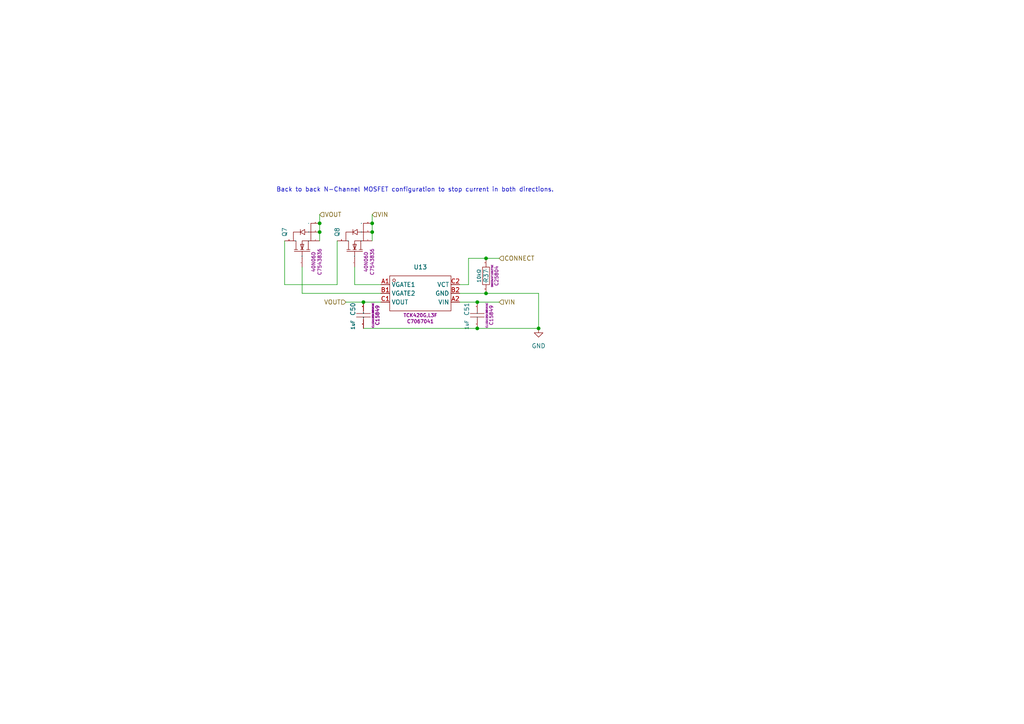
<source format=kicad_sch>
(kicad_sch (version 20250114) (generator "eeschema") (generator_version "9.0")
  (paper "A4")
  (lib_symbols
    (symbol "Library:0603WAF1002T5E Resistor 10kΩ"
      (property "Reference" "R" (at 0 0 0))
      (property "Value" "10kΩ" (at 0 2.032 0))
      (property "Manufacturer Part" "0603WAF1002T5E" (at 0 -1.778 0))
      (property "LCSC Part #" "C25804" (at 0 -3.048 0))
      (symbol "0603WAF1002T5E Resistor 10kΩ_1_0"
        (rectangle (start -2.54 -1.016) (end 2.54 1.016))
        (pin input line (at -5.08 0 0) (length 2.54) (name "1") (number "1"))
        (pin input line (at 5.08 0 180) (length 2.54) (name "2") (number "2"))
      )
    )
    (symbol "Library:40N06D MOSFET N-Channel 40A"
      (property "Reference" "Q" (at 2.54 5.08 0))
      (property "Manufacturer Part" "40N06D" (at -6.096 -3.302 0))
      (property "LCSC Part #" "C7543836" (at -6.096 -5.08 0))
      (symbol "40N06D MOSFET N-Channel 40A_1_0"
        (polyline (pts (xy -5.08 0) (xy -3.048 0)))
        (polyline (pts (xy -3.048 2.286) (xy -3.048 -2.286)))
        (polyline (pts (xy -2.54 2.286) (xy -2.54 1.27)))
        (polyline (pts (xy -2.54 1.778) (xy 0 1.778) (xy 0 1.778) (xy 0 2.54) (xy 0 2.54) (xy 2.54 2.54) (xy 2.54 2.54) (xy 2.54 2.54) (xy 2.54 2.54) (xy 2.54 0.508)))
        (polyline (pts (xy -2.54 0) (xy -1.016 -0.508) (xy -1.016 -0.508) (xy -1.016 0.508) (xy -1.016 0.508) (xy -2.54 0)))
        (polyline (pts (xy -2.54 0) (xy 0 0) (xy 0 0) (xy 0 -2.54) (xy 0 -2.54) (xy 5.08 -2.54) (xy 5.08 -2.54) (xy 2.54 -2.54) (xy 2.54 -2.54) (xy 2.54 -0.762)))
        (polyline (pts (xy -2.54 -0.508) (xy -2.54 0.508)))
        (polyline (pts (xy -2.54 -2.286) (xy -2.54 -1.27)))
        (polyline (pts (xy 0 -1.778) (xy -2.54 -1.778)))
        (polyline (pts (xy 2.54 0.508) (xy 1.778 -0.762) (xy 1.778 -0.762) (xy 3.302 -0.762) (xy 3.302 -0.762) (xy 2.54 0.508)))
        (polyline (pts (xy 3.302 0.508) (xy 3.048 0.508) (xy 3.048 0.508) (xy 2.032 0.508) (xy 2.032 0.508) (xy 1.778 0.508)))
        (pin unspecified line (at -7.62 0 0) (length 2.54) (name "G") (number "4"))
        (pin unspecified line (at 0 5.08 270) (length 2.54) (name "D") (number "5"))
        (pin unspecified line (at 0 -5.08 90) (length 2.54) (name "S") (number "1"))
        (pin unspecified line (at 2.54 -5.08 90) (length 2.54) (name "S") (number "2"))
        (pin unspecified line (at 5.08 -5.08 90) (length 2.54) (name "S") (number "3"))
      )
    )
    (symbol "Library:CL10A105KB8NNNC Capacitor 1uF"
      (property "Reference" "C" (at 1.778 3.048 0))
      (property "Value" "1uF" (at -2.794 3.048 0))
      (property "Manufacturer Part" "CL10A105KB8NNNC" (at 0 -2.794 0))
      (property "LCSC Part #" "C15849" (at 0 -4.064 0))
      (symbol "CL10A105KB8NNNC Capacitor 1uF_1_0"
        (polyline (pts (xy -0.508 0) (xy -1.27 0)))
        (polyline (pts (xy -0.508 -2.032) (xy -0.508 2.032)))
        (polyline (pts (xy 0.508 2.032) (xy 0.508 -2.032)))
        (polyline (pts (xy 1.27 0) (xy 0.508 0)))
        (pin unspecified line (at -3.81 0 0) (length 2.54) (name "1") (number "1"))
        (pin unspecified line (at 3.81 0 180) (length 2.54) (name "2") (number "2"))
      )
    )
    (symbol "Library:TCK420G,L3F Gate driver (high side)"
      (property "Reference" "U" (at 0 0 0))
      (property "Manufacturer Part" "TCK420G,L3F" (at 0 -6.35 0))
      (property "LCSC Part #" "C7067041" (at 0 -8.128 0))
      (symbol "TCK420G,L3F Gate driver (high side)_1_0"
        (rectangle (start -8.89 -5.08) (end 8.89 5.08))
        (circle (center -7.62 3.81) (radius 0.381))
        (pin unspecified line (at -11.43 2.54 0) (length 2.54) (name "VGATE1") (number "A1"))
        (pin unspecified line (at -11.43 0 0) (length 2.54) (name "VGATE2") (number "B1"))
        (pin unspecified line (at -11.43 -2.54 0) (length 2.54) (name "VOUT") (number "C1"))
        (pin unspecified line (at 11.43 2.54 180) (length 2.54) (name "VCT") (number "C2"))
        (pin unspecified line (at 11.43 0 180) (length 2.54) (name "GND") (number "B2"))
        (pin unspecified line (at 11.43 -2.54 180) (length 2.54) (name "VIN") (number "A2"))
      )
    )
    (symbol "power:GND" (power) (pin_numbers (hide yes)) (pin_names (offset 0) (hide yes))
      (property "Value" "GND" (at 0 -3.81 0))
      (symbol "GND_0_1"
        (polyline (pts (xy 0 0) (xy 0 -1.27) (xy 1.27 -1.27) (xy 0 -2.54) (xy -1.27 -1.27) (xy 0 -1.27)))
      )
      (symbol "GND_1_1"
        (pin power_in line (at 0 0 270) (length 0) (name "~") (number "1"))
      )
    )
  )
  (text "Back to back N-Channel MOSFET configuration to stop current in both directions." (at 120.396 55.118 0) (effects (font (size 1.27 1.27))))
  (junction (at 140.97 74.93))
  (junction (at 92.71 67.31))
  (junction (at 92.71 64.77))
  (junction (at 156.21 95.25))
  (junction (at 107.95 67.31))
  (junction (at 105.41 87.63))
  (junction (at 138.43 87.63))
  (junction (at 107.95 64.77))
  (junction (at 140.97 85.09))
  (junction (at 138.43 95.25))
  (wire (pts (xy 82.55 82.55) (xy 82.55 69.85)))
  (wire (pts (xy 92.71 62.23) (xy 92.71 64.77)))
  (wire (pts (xy 135.89 74.93) (xy 135.89 82.55)))
  (wire (pts (xy 107.95 67.31) (xy 107.95 69.85)))
  (wire (pts (xy 138.43 87.63) (xy 133.35 87.63)))
  (wire (pts (xy 105.41 95.25) (xy 138.43 95.25)))
  (wire (pts (xy 100.33 87.63) (xy 105.41 87.63)))
  (wire (pts (xy 107.95 64.77) (xy 107.95 67.31)))
  (wire (pts (xy 140.97 74.93) (xy 135.89 74.93)))
  (wire (pts (xy 92.71 64.77) (xy 92.71 67.31)))
  (wire (pts (xy 102.87 77.47) (xy 102.87 82.55)))
  (wire (pts (xy 144.78 87.63) (xy 138.43 87.63)))
  (wire (pts (xy 107.95 62.23) (xy 107.95 64.77)))
  (wire (pts (xy 138.43 95.25) (xy 156.21 95.25)))
  (wire (pts (xy 102.87 82.55) (xy 110.49 82.55)))
  (wire (pts (xy 144.78 74.93) (xy 140.97 74.93)))
  (wire (pts (xy 97.79 69.85) (xy 97.79 82.55)))
  (wire (pts (xy 97.79 82.55) (xy 82.55 82.55)))
  (wire (pts (xy 87.63 85.09) (xy 87.63 77.47)))
  (wire (pts (xy 92.71 67.31) (xy 92.71 69.85)))
  (wire (pts (xy 135.89 82.55) (xy 133.35 82.55)))
  (wire (pts (xy 87.63 85.09) (xy 110.49 85.09)))
  (wire (pts (xy 140.97 85.09) (xy 156.21 85.09)))
  (wire (pts (xy 105.41 87.63) (xy 110.49 87.63)))
  (wire (pts (xy 156.21 85.09) (xy 156.21 95.25)))
  (wire (pts (xy 133.35 85.09) (xy 140.97 85.09)))
  (hierarchical_label "VIN" (shape input) (at 107.95 62.23 0))
  (hierarchical_label "CONNECT" (shape input) (at 144.78 74.93 0))
  (hierarchical_label "VOUT" (shape input) (at 100.33 87.63 180))
  (hierarchical_label "VOUT" (shape input) (at 92.71 62.23 0))
  (hierarchical_label "VIN" (shape input) (at 144.78 87.63 0))
  (symbol (lib_id "Library:CL10A105KB8NNNC Capacitor 1uF") (at 105.41 91.44 90) (unit 1)
    (property "Reference" "C36" (at 102.362 89.662 0))
    (property "Value" "1uF" (at 102.362 94.234 0) (effects (font (size 1 1))))
    (property "Footprint" "Library:C0603" (effects (hide yes)))
    (property "Datasheet" "https://item.szlcsc.com/datasheet/CL10A105KB8NNNC/16531.html" (effects (hide yes)))
    (property "Description" "Capacitance:1uF Tolerance:±10% Tolerance:±10% Voltage Rating:50V Temperature Coefficient:X5R" (effects (hide yes)))
    (property "Manufacturer Part" "CL10A105KB8NNNC" (at 108.204 91.44 0) (effects (font (size 0.5 0.5))))
    (property "Manufacturer" "SAMSUNG(三星)" (effects (hide yes)))
    (property "Supplier Part" "C15849" (effects (hide yes)))
    (property "Supplier" "LCSC" (effects (hide yes)))
    (property "LCSC Part Name" "1uF ±10% 50V" (effects (hide yes)))
    (property "LCSC Part #" "C15849" (at 109.474 91.44 0) (effects (font (size 1 1))))
    (instances (project "master-circuit" (path "" (reference "C50") (unit 1)) (path "" (reference "C38") (unit 1)) (path "" (reference "C36") (unit 1)) (path "" (reference "C29") (unit 1))))
  )
  (symbol (lib_id "Library:TCK420G,L3F Gate driver (high side)") (at 121.92 85.09 0) (unit 1)
    (property "Reference" "U2" (at 121.92 77.47 0))
    (property "Footprint" "Library:WLCSP-6_L1.2-W0.8-P0.40-TL" (effects (hide yes)))
    (property "Datasheet" "https://item.szlcsc.com/datasheet/TCK420G%252CL3F/8033651.html" (effects (hide yes)))
    (property "Description" "Driven Configuration:High Side Load Type:MOSFET Number of Drivers:1 Voltage - Supply:2.7V~28V Voltage - Supply:2.7V~28V Features:Under Voltage Protection；Over Voltage Protection Operating Temperature:-40°C~+85°C Operating Temperature:-40°C~+85°C Input Logic L" (effects (hide yes)))
    (property "Manufacturer Part" "TCK420G,L3F" (at 121.92 91.44 0) (effects (font (size 1 1))))
    (property "Manufacturer" "TOSHIBA(东芝)" (effects (hide yes)))
    (property "Supplier Part" "C7067041" (effects (hide yes)))
    (property "Supplier" "LCSC" (effects (hide yes)))
    (property "LCSC Part Name" "过压保护MOSFET栅极驱动IC" (effects (hide yes)))
    (property "LCSC Part #" "C7067041" (at 121.92 93.218 0) (effects (font (size 1 1))))
    (instances (project "master-circuit" (path "" (reference "U13") (unit 1)) (path "" (reference "U7") (unit 1)) (path "" (reference "U2") (unit 1)) (path "" (reference "U12") (unit 1))))
  )
  (symbol (lib_id "Library:CL10A105KB8NNNC Capacitor 1uF") (at 138.43 91.44 90) (unit 1)
    (property "Reference" "C37" (at 135.382 89.662 0))
    (property "Value" "1uF" (at 135.382 94.234 0) (effects (font (size 1 1))))
    (property "Footprint" "Library:C0603" (effects (hide yes)))
    (property "Datasheet" "https://item.szlcsc.com/datasheet/CL10A105KB8NNNC/16531.html" (effects (hide yes)))
    (property "Description" "Capacitance:1uF Tolerance:±10% Tolerance:±10% Voltage Rating:50V Temperature Coefficient:X5R" (effects (hide yes)))
    (property "Manufacturer Part" "CL10A105KB8NNNC" (at 141.224 91.44 0) (effects (font (size 0.5 0.5))))
    (property "Manufacturer" "SAMSUNG(三星)" (effects (hide yes)))
    (property "Supplier Part" "C15849" (effects (hide yes)))
    (property "Supplier" "LCSC" (effects (hide yes)))
    (property "LCSC Part Name" "1uF ±10% 50V" (effects (hide yes)))
    (property "LCSC Part #" "C15849" (at 142.494 91.44 0) (effects (font (size 1 1))))
    (instances (project "master-circuit" (path "" (reference "C51") (unit 1)) (path "" (reference "C39") (unit 1)) (path "" (reference "C37") (unit 1)) (path "" (reference "C49") (unit 1))))
  )
  (symbol (lib_id "Library:0603WAF1002T5E Resistor 10kΩ") (at 140.97 80.01 90) (unit 1)
    (property "Reference" "R34" (at 140.97 80.01 0))
    (property "Value" "10kΩ" (at 138.938 80.01 0) (effects (font (size 1 1))))
    (property "Footprint" "Library:R0603" (effects (hide yes)))
    (property "Datasheet" "https://item.szlcsc.com/datasheet/0603WAF1002T5E/26547.html" (effects (hide yes)))
    (property "Description" "Type:Thick Film Resistor Resistance:10kΩ Tolerance:±1% Tolerance:±1% Power(Watts):100mW Voltage-Supply(Max):75V Temperature Coefficient:±100ppm/°C Temperature Coefficient:±100ppm/°C Operating Temperature:-55°C~+155°C Operating Temperature:-55°C~+155°C" (effects (hide yes)))
    (property "Manufacturer Part" "0603WAF1002T5E" (at 142.748 80.01 0) (effects (font (size 0.5 0.5))))
    (property "Manufacturer" "UNI-ROYAL(厚声)" (effects (hide yes)))
    (property "Supplier Part" "C25804" (effects (hide yes)))
    (property "Supplier" "LCSC" (effects (hide yes)))
    (property "LCSC Part Name" "厚膜电阻 10kΩ ±1% 100mW" (effects (hide yes)))
    (property "LCSC Part #" "C25804" (at 144.018 80.01 0) (effects (font (size 1 1))))
    (instances (project "master-circuit" (path "" (reference "R37") (unit 1)) (path "" (reference "R35") (unit 1)) (path "" (reference "R34") (unit 1)) (path "" (reference "R36") (unit 1))))
  )
  (symbol (lib_id "power:GND") (at 156.21 95.25 0) (mirror y) (unit 1)
    (property "Reference" "#PWR020" (effects (hide yes)))
    (property "Value" "GND" (at 156.21 100.33 0))
    (property "Description" "Power symbol creates a global label with name \"GND\" , ground" (effects (hide yes)))
    (instances (project "master-circuit" (path "" (reference "#PWR050") (unit 1)) (path "" (reference "#PWR019") (unit 1)) (path "" (reference "#PWR020") (unit 1)) (path "" (reference "#PWR033") (unit 1))))
  )
  (symbol (lib_id "Library:40N06D MOSFET N-Channel 40A") (at 102.87 69.85 90) (unit 1)
    (property "Reference" "Q2" (at 97.79 67.31 0))
    (property "Footprint" "Library:WDFN-5_L3.1-W3.1-P0.65-BL_1" (effects (hide yes)))
    (property "Datasheet" "https://item.szlcsc.com/datasheet/40N06D/8649553.html" (effects (hide yes)))
    (property "Description" "Number:1 N-Channel Drain to Source Voltage:60V Current - Continuous Drain(Id):40A RDS(on):12mΩ Gate Threshold Voltage (Vgs(th)):2.5V" (effects (hide yes)))
    (property "Manufacturer Part" "40N06D" (at 106.172 75.946 0) (effects (font (size 1 1))))
    (property "Manufacturer" "HL(富海微)" (effects (hide yes)))
    (property "Supplier Part" "C7543836" (effects (hide yes)))
    (property "Supplier" "LCSC" (effects (hide yes)))
    (property "LCSC Part Name" "1个N沟道 耐压:60V 电流:40A" (effects (hide yes)))
    (property "LCSC Part #" "C7543836" (at 107.95 75.946 0) (effects (font (size 1 1))))
    (instances (project "master-circuit" (path "" (reference "Q8") (unit 1)) (path "" (reference "Q4") (unit 1)) (path "" (reference "Q2") (unit 1)) (path "" (reference "Q6") (unit 1))))
  )
  (symbol (lib_id "Library:40N06D MOSFET N-Channel 40A") (at 87.63 69.85 90) (unit 1)
    (property "Reference" "Q1" (at 82.55 67.31 0))
    (property "Footprint" "Library:WDFN-5_L3.1-W3.1-P0.65-BL_1" (effects (hide yes)))
    (property "Datasheet" "https://item.szlcsc.com/datasheet/40N06D/8649553.html" (effects (hide yes)))
    (property "Description" "Number:1 N-Channel Drain to Source Voltage:60V Current - Continuous Drain(Id):40A RDS(on):12mΩ Gate Threshold Voltage (Vgs(th)):2.5V" (effects (hide yes)))
    (property "Manufacturer Part" "40N06D" (at 90.932 75.946 0) (effects (font (size 1 1))))
    (property "Manufacturer" "HL(富海微)" (effects (hide yes)))
    (property "Supplier Part" "C7543836" (effects (hide yes)))
    (property "Supplier" "LCSC" (effects (hide yes)))
    (property "LCSC Part Name" "1个N沟道 耐压:60V 电流:40A" (effects (hide yes)))
    (property "LCSC Part #" "C7543836" (at 92.71 75.946 0) (effects (font (size 1 1))))
    (instances (project "master-circuit" (path "" (reference "Q7") (unit 1)) (path "" (reference "Q3") (unit 1)) (path "" (reference "Q1") (unit 1)) (path "" (reference "Q5") (unit 1))))
  )
)
</source>
